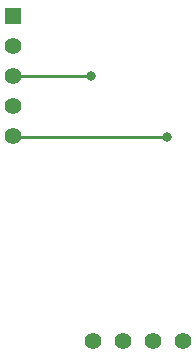
<source format=gtl>
G04 #@! TF.GenerationSoftware,KiCad,Pcbnew,(5.1.6-0-10_14)*
G04 #@! TF.CreationDate,2022-12-26T18:06:38+09:00*
G04 #@! TF.ProjectId,cool536trackballparts,636f6f6c-3533-4367-9472-61636b62616c,rev?*
G04 #@! TF.SameCoordinates,Original*
G04 #@! TF.FileFunction,Copper,L1,Top*
G04 #@! TF.FilePolarity,Positive*
%FSLAX46Y46*%
G04 Gerber Fmt 4.6, Leading zero omitted, Abs format (unit mm)*
G04 Created by KiCad (PCBNEW (5.1.6-0-10_14)) date 2022-12-26 18:06:38*
%MOMM*%
%LPD*%
G01*
G04 APERTURE LIST*
G04 #@! TA.AperFunction,ComponentPad*
%ADD10C,1.397000*%
G04 #@! TD*
G04 #@! TA.AperFunction,ComponentPad*
%ADD11R,1.397000X1.397000*%
G04 #@! TD*
G04 #@! TA.AperFunction,ViaPad*
%ADD12C,0.800000*%
G04 #@! TD*
G04 #@! TA.AperFunction,Conductor*
%ADD13C,0.250000*%
G04 #@! TD*
G04 APERTURE END LIST*
D10*
X43360000Y-70040000D03*
X45900000Y-70040000D03*
X48440000Y-70040000D03*
X50980000Y-70040000D03*
D11*
X36590000Y-42520000D03*
D10*
X36590000Y-45060000D03*
X36590000Y-47600000D03*
X36590000Y-50140000D03*
X36590000Y-52680000D03*
D12*
X49630000Y-52720000D03*
X43180000Y-47620000D03*
D13*
X36630000Y-52720000D02*
X36590000Y-52680000D01*
X49630000Y-52720000D02*
X36630000Y-52720000D01*
X36610000Y-47620000D02*
X36590000Y-47600000D01*
X43180000Y-47620000D02*
X36610000Y-47620000D01*
M02*

</source>
